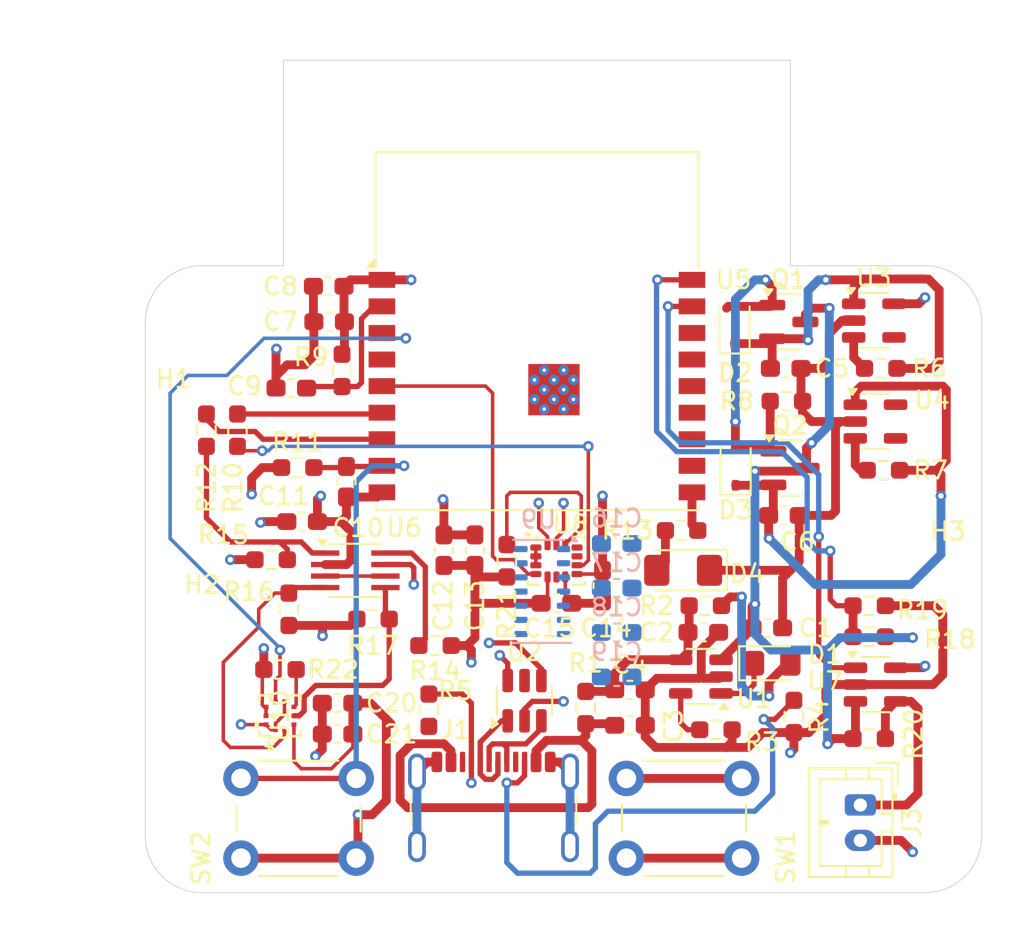
<source format=kicad_pcb>
(kicad_pcb (version 20241229) (generator "pcbnew") (generator_version "9.0")
  (layers (0 "F.Cu" signal) (4 "In1.Cu" signal) (6 "In2.Cu" signal) (2 "B.Cu" signal) (13 "F.Paste" user) (15 "B.Paste" user) (5 "F.SilkS" user "F.Silkscreen") (7 "B.SilkS" user "B.Silkscreen") (1 "F.Mask" user) (3 "B.Mask" user) (25 "Edge.Cuts" user))
  (net 0 "")
  (net 1 "+BATT")
  (net 2 "GND")
  (net 3 "+USB_VBUSF")
  (net 4 "+USB_VBUS")
  (net 5 "Net-(D2-K)")
  (net 6 "Net-(D3-K)")
  (net 7 "+3V3")
  (net 8 "+1V8")
  (net 9 "/BOOT_SEL_GPIO9")
  (net 10 "/ESP32_EN")
  (net 11 "Net-(D1-K)")
  (net 12 "Net-(D1-A)")
  (net 13 "Net-(D4-A)")
  (net 14 "Net-(J1-D--PadA7)")
  (net 15 "/USB_CC2")
  (net 16 "Net-(J1-D+-PadA6)")
  (net 17 "/USB_CC1")
  (net 18 "Net-(U4-EN)")
  (net 19 "/VBATT_SENSE")
  (net 20 "/I2C_SCL")
  (net 21 "/I2C_SDA")
  (net 22 "/USER_LED")
  (net 23 "/I2C_SCL_1V8")
  (net 24 "/I2C_SDA_1V8")
  (net 25 "/LSM_INT2")
  (net 26 "/LSM_INT1")
  (net 27 "/MAX_INT")
  (net 28 "/BMP_INT")
  (net 29 "/CURR_SENSE")
  (net 30 "/USB_D-")
  (net 31 "/USB_D+")
  (net 33 "Net-(J3-Pin_1)")
  (net 34 "Net-(U1-PROG)")
  (net 35 "Net-(U3-EN)")
  (net 36 "Net-(U5-IO7)")
  (net 37 "Net-(U5-IO8)")
  (net 38 "Net-(U8-CS)")
  (net 39 "Net-(U10-SDO)")
  (footprint "Package_TO_SOT_SMD:SOT-23-5" (layer "F.Cu") (at 150.6 80.6)
    (property "Reference" "U4")
    (property "Value" "TLV75518PDBV")
  )
  (footprint "Resistor_SMD:R_0603_1608Metric_Pad0.98x0.95mm_HandSolder" (layer "F.Cu") (at 150.9 77.6)
    (property "Reference" "R6")
    (property "Value" "0")
  )
  (footprint "Resistor_SMD:R_0603_1608Metric_Pad0.98x0.95mm_HandSolder" (layer "F.Cu") (at 150.25 92.75 180)
    (property "Reference" "R18")
    (property "Value" "200k")
  )
  (footprint "Diode_SMD:D_SOD-323" (layer "F.Cu") (at 142.65 75.15 90)
    (property "Reference" "D2")
    (property "Value" "1N5819WS")
  )
  (footprint "Capacitor_SMD:C_0603_1608Metric_Pad1.08x0.95mm_HandSolder" (layer "F.Cu") (at 119.75 72.9625 180)
    (property "Reference" "C8")
    (property "Value" "0u1F")
  )
  (footprint "Connector_USB:USB_C_Receptacle_GCT_USB4105-xx-A_16P_TopMnt_Horizontal" (layer "F.Cu") (at 129.05 103.5)
    (property "Reference" "J1")
    (property "Value" "USB_C_Receptacle_USB2.0_14P")
  )
  (footprint "Resistor_SMD:R_0603_1608Metric_Pad0.98x0.95mm_HandSolder" (layer "F.Cu") (at 141 91)
    (property "Reference" "R2")
    (property "Value" "5k1")
  )
  (footprint "Resistor_SMD:R_0603_1608Metric_Pad0.98x0.95mm_HandSolder" (layer "F.Cu") (at 145.575 79.45)
    (property "Reference" "R8")
    (property "Value" "10k")
  )
  (footprint "Resistor_SMD:R_0603_1608Metric_Pad0.98x0.95mm_HandSolder" (layer "F.Cu") (at 118 83.2)
    (property "Reference" "R11")
    (property "Value" "5k1")
  )
  (footprint "Capacitor_SMD:C_0603_1608Metric_Pad1.08x0.95mm_HandSolder" (layer "F.Cu") (at 144.5 92.25)
    (property "Reference" "C1")
    (property "Value" "10uF")
  )
  (footprint "Resistor_SMD:R_0603_1608Metric_Pad0.98x0.95mm_HandSolder" (layer "F.Cu") (at 122.25 91.75)
    (property "Reference" "R17")
    (property "Value" "5k1")
  )
  (footprint "Capacitor_SMD:C_0603_1608Metric_Pad1.08x0.95mm_HandSolder" (layer "F.Cu") (at 120.75 84 -90)
    (property "Reference" "C10")
    (property "Value" "100nF")
  )
  (footprint "MountingHole:MountingHole_2.2mm_M2" (layer "F.Cu") (at 112.6 74.975)
    (property "Reference" "H1")
    (property "Value" "MountingHole")
  )
  (footprint "Resistor_SMD:R_0603_1608Metric_Pad0.98x0.95mm_HandSolder" (layer "F.Cu") (at 116.5 88.4)
    (property "Reference" "R15")
    (property "Value" "5k1")
  )
  (footprint "Resistor_SMD:R_0603_1608Metric_Pad0.98x0.95mm_HandSolder" (layer "F.Cu") (at 139.6625 86.75)
    (property "Reference" "R13")
    (property "Value" "5k1")
  )
  (footprint "Button_Switch_THT:SW_PUSH_6mm" (layer "F.Cu") (at 143.05 105.25 180)
    (property "Reference" "SW1")
    (property "Value" "SW_Push")
  )
  (footprint "Capacitor_SMD:C_0603_1608Metric_Pad1.08x0.95mm_HandSolder" (layer "F.Cu") (at 120.25 96.5)
    (property "Reference" "C20")
    (property "Value" "100nF")
  )
  (footprint "Capacitor_SMD:C_0603_1608Metric_Pad1.08x0.95mm_HandSolder" (layer "F.Cu") (at 140.8875 92.5)
    (property "Reference" "C2")
    (property "Value" "10uF")
  )
  (footprint "Capacitor_SMD:C_0603_1608Metric_Pad1.08x0.95mm_HandSolder" (layer "F.Cu") (at 119.775 74.9625 180)
    (property "Reference" "C7")
    (property "Value" "10uF")
  )
  (footprint "Package_TO_SOT_SMD:SOT-23-5" (layer "F.Cu") (at 150.6125 95.45)
    (property "Reference" "U7")
    (property "Value" "INA180A1")
  )
  (footprint "Capacitor_SMD:C_0603_1608Metric_Pad1.08x0.95mm_HandSolder" (layer "F.Cu") (at 117.6375 78.7125 180)
    (property "Reference" "C9")
    (property "Value" "100nF")
  )
  (footprint "Capacitor_SMD:C_0603_1608Metric_Pad1.08x0.95mm_HandSolder" (layer "F.Cu") (at 136.75 97.75)
    (property "Reference" "C3")
    (property "Value" "470nF")
  )
  (footprint "Capacitor_SMD:C_0603_1608Metric_Pad1.08x0.95mm_HandSolder" (layer "F.Cu") (at 128 87.8625 90)
    (property "Reference" "C13")
    (property "Value" "1uF")
  )
  (footprint "RF_Module:ESP32-C3-WROOM-02" (layer "F.Cu") (at 131.5 78.6)
    (property "Reference" "U5")
    (property "Value" "ESP32-C3-WROOM-02")
  )
  (footprint "Capacitor_SMD:C_0603_1608Metric_Pad1.08x0.95mm_HandSolder" (layer "F.Cu") (at 136.75 95.75)
    (property "Reference" "C4")
    (property "Value" "470nF")
  )
  (footprint "Package_TO_SOT_SMD:SOT-23-5" (layer "F.Cu") (at 150.5125 74.9)
    (property "Reference" "U3")
    (property "Value" "TLV75533PDBV")
  )
  (footprint "Resistor_SMD:R_0603_1608Metric_Pad0.98x0.95mm_HandSolder" (layer "F.Cu") (at 125.75 93.25 180)
    (property "Reference" "R14")
    (property "Value" "5k1")
  )
  (footprint "Capacitor_SMD:C_0603_1608Metric_Pad1.08x0.95mm_HandSolder" (layer "F.Cu") (at 132.6 90.8625)
    (property "Reference" "C15")
    (property "Value" "0u1F")
  )
  (footprint "Resistor_SMD:R_0603_1608Metric_Pad0.98x0.95mm_HandSolder" (layer "F.Cu") (at 134.25 96.75 -90)
    (property "Reference" "R1")
    (property "Value" "0R")
  )
  (footprint "Resistor_SMD:R_0603_1608Metric_Pad0.98x0.95mm_HandSolder" (layer "F.Cu") (at 125.4 96.9 -90)
    (property "Reference" "R5")
    (property "Value" "5k1")
  )
  (footprint "Connector_JST:JST_PH_B2B-PH-K_1x02_P2.00mm_Vertical" (layer "F.Cu") (at 149.75 102.25 -90)
    (property "Reference" "J3")
    (property "Value" "Conn_01x02")
  )
  (footprint "Capacitor_SMD:C_0603_1608Metric_Pad1.08x0.95mm_HandSolder" (layer "F.Cu") (at 145.4375 85.9)
    (property "Reference" "C6")
    (property "Value" "10uF")
  )
  (footprint "Resistor_SMD:R_0603_1608Metric_Pad0.98x0.95mm_HandSolder" (layer "F.Cu") (at 150.25 91)
    (property "Reference" "R19")
    (property "Value" "100k")
  )
  (footprint "Package_TO_SOT_SMD:SOT-23" (layer "F.Cu") (at 145.7125 74.975)
    (property "Reference" "Q1")
    (property "Value" "FDN340P")
  )
  (footprint "MountingHole:MountingHole_2.2mm_M2" (layer "F.Cu") (at 112.6 93)
    (property "Reference" "H2")
    (property "Value" "MountingHole")
  )
  (footprint "Resistor_SMD:R_0603_1608Metric_Pad0.98x0.95mm_HandSolder" (layer "F.Cu") (at 120.5 77.7125 -90)
    (property "Reference" "R9")
    (property "Value" "5k1")
  )
  (footprint "Package_SO:SSOP-8_2.95x2.8mm_P0.65mm" (layer "F.Cu") (at 121.25 89)
    (property "Reference" "U6")
    (property "Value" "TXS0102DCT")
  )
  (footprint "Package_TO_SOT_SMD:SOT-23-6" (layer "F.Cu") (at 130.8 96.3625 90)
    (property "Reference" "U2")
    (property "Value" "USBLC6-2SC6")
  )
  (footprint "Resistor_SMD:R_0603_1608Metric_Pad0.98x0.95mm_HandSolder" (layer "F.Cu") (at 141.6 98)
    (property "Reference" "R3")
    (property "Value" "10k")
  )
  (footprint "Button_Switch_THT:SW_PUSH_6mm" (layer "F.Cu") (at 121.3 105.25 180)
    (property "Reference" "SW2")
    (property "Value" "SW_Push")
  )
  (footprint "Capacitor_SMD:C_0603_1608Metric_Pad1.08x0.95mm_HandSolder" (layer "F.Cu") (at 120.25 98.25)
    (property "Reference" "C21")
    (property "Value" "100nF")
  )
  (footprint "Resistor_SMD:R_0603_1608Metric_Pad0.98x0.95mm_HandSolder" (layer "F.Cu") (at 129.8 88.4625 -90)
    (property "Reference" "R21")
    (property "Value" "0R")
  )
  (footprint "LED_SMD:LED_1206_3216Metric_Pad1.42x1.75mm_HandSolder" (layer "F.Cu") (at 139.75 89 180)
    (property "Reference" "D4")
    (property "Value" "LED")
  )
  (footprint "Diode_SMD:D_SOD-323" (layer "F.Cu") (at 142.7125 83.15 90)
    (property "Reference" "D3")
    (property "Value" "1N5819WS")
  )
  (footprint "LED_SMD:LED_0805_2012Metric_Pad1.15x1.40mm_HandSolder" (layer "F.Cu") (at 144.775 94.25)
    (property "Reference" "D1")
    (property "Value" "LED")
  )
  (footprint "Resistor_SMD:R_0603_1608Metric_Pad0.98x0.95mm_HandSolder" (layer "F.Cu") (at 146 97.25 -90)
    (property "Reference" "R4")
    (property "Value" "5k1")
  )
  (footprint "Capacitor_SMD:C_0603_1608Metric_Pad1.08x0.95mm_HandSolder" (layer "F.Cu") (at 126.25 87.8625 90)
    (property "Reference" "C12")
    (property "Value" "0u1F")
  )
  (footprint "Resistor_SMD:R_0603_1608Metric_Pad0.98x0.95mm_HandSolder" (layer "F.Cu") (at 117 94.6)
    (property "Reference" "R22")
    (property "Value" "0R")
  )
  (footprint "Package_TO_SOT_SMD:SOT-23-5" (layer "F.Cu") (at 140.75 95 180)
    (property "Reference" "U1")
    (property "Value" "MCP73831-2-OT")
  )
  (footprint "Resistor_SMD:R_0603_1608Metric_Pad0.98x0.95mm_HandSolder" (layer "F.Cu") (at 150.25 98.5)
    (property "Reference" "R20")
    (property "Value" "100m")
  )
  (footprint "Capacitor_SMD:C_0603_1608Metric_Pad1.08x0.95mm_HandSolder" (layer "F.Cu") (at 135.2 89.8625 -90)
    (property "Reference" "C14")
    (property "Value" "10uF")
  )
  (footprint "MountingHole:MountingHole_2.2mm_M2" (layer "F.Cu") (at 151.1 86.8)
    (property "Reference" "H3")
    (property "Value" "MountingHole")
  )
  (footprint "Resistor_SMD:R_0603_1608Metric_Pad0.98x0.95mm_HandSolder" (layer "F.Cu") (at 114.6 81.0875 -90)
    (property "Reference" "R10")
    (property "Value" "0R")
  )
  (footprint "Resistor_SMD:R_0603_1608Metric_Pad0.98x0.95mm_HandSolder" (layer "F.Cu") (at 151.05 83.35)
    (property "Reference" "R7")
    (property "Value" "0")
  )
  (footprint "Package_TO_SOT_SMD:SOT-23" (layer "F.Cu") (at 145.775 83.225)
    (property "Reference" "Q2")
    (property "Value" "FDN340P")
  )
  (footprint "Capacitor_SMD:C_0603_1608Metric_Pad1.08x0.95mm_HandSolder" (layer "F.Cu") (at 145.5375 77.6)
    (property "Reference" "C5")
    (property "Value" "10uF")
  )
  (footprint "Resistor_SMD:R_0603_1608Metric_Pad0.98x0.95mm_HandSolder" (layer "F.Cu") (at 117.5 91.2 90)
    (property "Reference" "R16")
    (property "Value" "5k1")
  )
  (footprint "Package_LGA:LGA-14_3x2.5mm_P0.5mm_LayoutBorder3x4y" (layer "F.Cu") (at 132.6 88.4625)
    (property "Reference" "U8")
    (property "Value" "LSM6DS3")
  )
  (footprint "BMP390L:10LGA_2X2X0p75_BOS" (layer "F.Cu") (at 116.999999 97.2126 90)
    (property "Reference" "U10")
    (property "Value" "BMP390L")
  )
  (footprint "Resistor_SMD:R_0603_1608Metric_Pad0.98x0.95mm_HandSolder" (layer "F.Cu") (at 112.85 81.0875 -90)
    (property "Reference" "R12")
    (property "Value" "0R")
  )
  (footprint "Capacitor_SMD:C_0603_1608Metric_Pad1.08x0.95mm_HandSolder" (layer "F.Cu") (at 118.25 86.25)
    (property "Reference" "C11")
    (property "Value" "0u1F")
  )
  (footprint "Capacitor_SMD:C_0603_1608Metric_Pad1.08x0.95mm_HandSolder" (layer "B.Cu") (at 136 92.51 180)
    (property "Reference" "C18")
    (property "Value" "0u1F")
  )
  (footprint "Capacitor_SMD:C_0603_1608Metric_Pad1.08x0.95mm_HandSolder" (layer "B.Cu") (at 136 90 180)
    (property "Reference" "C17")
    (property "Value" "0u1F")
  )
  (footprint "OptoDevice:Maxim_OLGA-14_3.3x5.6mm_P0.8mm" (layer "B.Cu") (at 131.8 90.2 180)
    (property "Reference" "U9")
    (property "Value" "MAX30102")
  )
  (footprint "Capacitor_SMD:C_0603_1608Metric_Pad1.08x0.95mm_HandSolder" (layer "B.Cu") (at 136 87.49 180)
    (property "Reference" "C16")
    (property "Value" "0u1F")
  )
  (footprint "Capacitor_SMD:C_0603_1608Metric_Pad1.08x0.95mm_HandSolder" (layer "B.Cu") (at 136 95.02 180)
    (property "Reference" "C19")
    (property "Value" "1uF")
  )
  (gr_arc (start 153.399998 71.800002) (mid 155.66274 72.73726) (end 156.599998 75.000002) (stroke (width 0.05)) (layer "Edge.Cuts"))
  (gr_line (start 112.6 107.2) (end 153.4 107.2) (stroke (width 0.05)) (layer "Edge.Cuts"))
  (gr_arc (start 112.6 107.2) (mid 110.337258 106.262742) (end 109.4 104) (stroke (width 0.05)) (layer "Edge.Cuts"))
  (gr_line (start 145.8 60.2) (end 117.2 60.2) (stroke (width 0.05)) (layer "Edge.Cuts"))
  (gr_line (start 117.2 60.2) (end 117.2 71.8) (stroke (width 0.05)) (layer "Edge.Cuts"))
  (gr_line (start 153.4 71.800002) (end 145.8 71.800002) (stroke (width 0.05)) (layer "Edge.Cuts"))
  (gr_arc (start 156.6 104) (mid 155.662742 106.262742) (end 153.4 107.2) (stroke (width 0.05)) (layer "Edge.Cuts"))
  (gr_line (start 145.8 60.2) (end 145.8 71.800002) (stroke (width 0.05)) (layer "Edge.Cuts"))
  (gr_arc (start 109.4 75) (mid 110.337258 72.737258) (end 112.6 71.8) (stroke (width 0.05)) (layer "Edge.Cuts"))
  (gr_line (start 156.599998 75.000002) (end 156.6 104) (stroke (width 0.05)) (layer "Edge.Cuts"))
  (gr_line (start 109.4 74.8) (end 109.4 104) (stroke (width 0.05)) (layer "Edge.Cuts"))
  (gr_line (start 117.2 71.8) (end 112.6 71.8) (stroke (width 0.05)) (layer "Edge.Cuts"))
  (segment (start 149.475 96.4) (end 149.475 98.3625) (width 0.5) (layer "F.Cu") (net 1))
  (segment (start 149.475 98.3625) (end 149.3375 98.5) (width 0.5) (layer "F.Cu") (net 1))
  (segment (start 146.65 74.975) (end 146.65 74.55) (width 0.5) (layer "F.Cu") (net 1))
  (segment (start 143.6375 92.3) (end 141.8875 94.05) (width 0.5) (layer "F.Cu") (net 1))
  (segment (start 143.6375 91.0625) (end 143.8 90.9) (width 0.5) (layer "F.Cu") (net 1))
  (segment (start 146.7125 83.225) (end 146.7125 82.0875) (width 0.5) (layer "F.Cu") (net 1))
  (segment (start 143.6375 92.25) (end 143.6375 92.3) (width 0.5) (layer "F.Cu") (net 1))
  (segment (start 143.6375 92.25) (end 143.6375 91.0625) (width 0.5) (layer "F.Cu") (net 1))
  (segment (start 151.2125 92.8) (end 151.1625 92.75) (width 0.5) (layer "F.Cu") (net 1))
  (segment (start 152.7 92.8) (end 151.2125 92.8) (width 0.5) (layer "F.Cu") (net 1))
  (segment (start 149.3375 98.5) (end 148.2 98.5) (width 0.5) (layer "F.Cu") (net 1))
  (segment (start 148.2 98.5) (end 147.9 98.8) (width 0.5) (layer "F.Cu") (net 1))
  (segment (start 147 74.2) (end 148 74.2) (width 0.5) (layer "F.Cu") (net 1))
  (segment (start 146.65 74.55) (end 147 74.2) (width 0.5) (layer "F.Cu") (net 1))
  (segment (start 146.5375 83.4) (end 146.7125 83.225) (width 0.5) (layer "F.Cu") (net 1))
  (segment (start 143.8 83.4) (end 146.5375 83.4) (width 0.5) (layer "F.Cu") (net 1))
  (segment (start 146.7125 82.0875) (end 147 81.8) (width 0.5) (layer "F.Cu") (net 1))
  (via (at 143.8 83.4) (size 0.6) (drill 0.3) (layers "F.Cu" "B.Cu") (net 1))
  (via (at 147.9 98.8) (size 0.6) (drill 0.3) (layers "F.Cu" "B.Cu") (net 1))
  (via (at 148 74.2) (size 0.6) (drill 0.3) (layers "F.Cu" "B.Cu") (net 1))
  (via (at 152.7 92.8) (size 0.6) (drill 0.3) (layers "F.Cu" "B.Cu") (net 1))
  (via (at 143.8 90.9) (size 0.6) (drill 0.3) (layers "F.Cu" "B.Cu") (net 1))
  (via (at 147 81.8) (size 0.6) (drill 0.3) (layers "F.Cu" "B.Cu") (net 1))
  (segment (start 143.8 90.9) (end 143.8 83.4) (width 0.5) (layer "B.Cu") (net 1))
  (segment (start 143.8 90.9) (end 143.8 92.6) (width 0.5) (layer "B.Cu") (net 1))
  (segment (start 148 80.8) (end 148 74.2) (width 0.5) (layer "B.Cu") (net 1))
  (segment (start 147 81.8) (end 148 80.8) (width 0.5) (layer "B.Cu") (net 1))
  (segment (start 147.9 93.5) (end 148.6 92.8) (width 0.5) (layer "B.Cu") (net 1))
  (segment (start 144.7 93.5) (end 147.9 93.5) (width 0.5) (layer "B.Cu") (net 1))
  (segment (start 148.6 92.8) (end 152.7 92.8) (width 0.5) (layer "B.Cu") (net 1))
  (segment (start 147.9 98.8) (end 147.9 93.5) (width 0.5) (layer "B.Cu") (net 1))
  (segment (start 143.8 92.6) (end 144.7 93.5) (width 0.5) (layer "B.Cu") (net 1))
  (segment (start 144.2375 98.1625) (end 146 98.1625) (width 0.5) (layer "F.Cu") (net 2))
  (segment (start 116 94.6875) (end 116.0875 94.6) (width 0.2) (layer "F.Cu") (net 2))
  (segment (start 140.648 95.1) (end 140.774 94.974) (width 0.5) (layer "F.Cu") (net 2))
  (segment (start 121.1125 98.25) (end 121.1125 96.5) (width 0.5) (layer "F.Cu") (net 2))
  (segment (start 146.4 77.6) (end 146.4 79.3625) (width 0.5) (layer "F.Cu") (net 2))
  (segment (start 138.2 99) (end 142.2 99) (width 0.5) (layer "F.Cu") (net 2))
  (segment (start 119.55 88.675) (end 120.752 88.675) (width 0.5) (layer "F.Cu") (net 2))
  (segment (start 148.712501 74.9) (end 148 75.612501) (width 0.5) (layer "F.Cu") (net 2))
  (segment (start 114.75 105.25) (end 114.7 105.2) (width 0.5) (layer "F.Cu") (net 2))
  (segment (start 118.9125 76.8875) (end 118.4 77.4) (width 0.5) (layer "F.Cu") (net 2))
  (segment (start 120.45 86.25) (end 119.1125 86.25) (width 0.5) (layer "F.Cu") (net 2))
  (segment (start 121 86.8) (end 120.45 86.25) (width 0.5) (layer "F.Cu") (net 2))
  (segment (start 122.4875 84.8625) (end 122.75 84.6) (width 0.5) (layer "F.Cu") (net 2))
  (segment (start 133.1 90.5) (end 133.4625 90.8625) (width 0.2) (layer "F.Cu") (net 2))
  (segment (start 141.2375 89) (end 145.8 89) (width 0.5) (layer "F.Cu") (net 2))
  (segment (start 147.8 95.8) (end 148.15 95.45) (width 0.5) (layer "F.Cu") (net 2))
  (segment (start 118.8875 74.9375) (end 118.9125 74.9625) (width 0.5) (layer "F.Cu") (net 2))
  (segment (start 146.3 85.9) (end 148.1 85.9) (width 0.5) (layer "F.Cu") (net 2))
  (segment (start 143.05 105.25) (end 136.55 105.25) (width 0.5) (layer "F.Cu") (net 2))
  (segment (start 121 88.427) (end 121 86.8) (width 0.5) (layer "F.Cu") (net 2))
  (segment (start 154.4 94.9) (end 154.4 91.5) (width 0.5) (layer "F.Cu") (net 2))
  (segment (start 149.375 74.9) (end 148.712501 74.9) (width 0.5) (layer "F.Cu") (net 2))
  (segment (start 148.1 85.9) (end 148.349 85.651) (width 0.5) (layer "F.Cu") (net 2))
  (segment (start 116.775 78.025) (end 116.775 78.7125) (width 0.5) (layer "F.Cu") (net 2))
  (segment (start 133.1 89.375) (end 133.1 90.5) (width 0.2) (layer "F.Cu") (net 2))
  (segment (start 116.0875 94.6) (end 116.0875 93.4125) (width 0.5) (layer "F.Cu") (net 2))
  (segment (start 131.4375 88.2125) (end 131.4375 87.7125) (width 0.2) (layer "F.Cu") (net 2))
  (segment (start 149.75 104.25) (end 152.05 104.25) (width 0.5) (layer "F.Cu") (net 2))
  (segment (start 145.8 89) (end 146.3 88.5) (width 0.5) (layer "F.Cu") (net 2))
  (segment (start 120.752 88.675) (end 121 88.427) (width 0.5) (layer "F.Cu") (net 2))
  (segment (start 121.4 105.15) (end 121.3 105.25) (width 0.5) (layer "F.Cu") (net 2))
  (segment (start 120.75 84.8625) (end 120.75 85.95) (width 0.5) (layer "F.Cu") (net 2))
  (segment (start 122.2 102.8) (end 121.4 102.8) (width 0.5) (layer "F.Cu") (net 2))
  (segment (start 140.774 93.476) (end 140.774 94.974) (width 0.5) (layer "F.Cu") (net 2))
  (segment (start 131.4375 88.7125) (end 131.4375 88.2125) (width 0.2) (layer "F.Cu") (net 2))
  (segment (start 146.8375 98.1625) (end 147.8 97.2) (width 0.5) (layer "F.Cu") (net 2))
  (segment (start 137.6125 98.4125) (end 138.2 99) (width 0.5) (layer "F.Cu") (net 2))
  (segment (start 116.212599 96.712601) (end 116.112601 96.712601) (width 0.2) (layer "F.Cu") (net 2))
  (segment (start 140.774 94.974) (end 140.9 95.1) (width 0.5) (layer "F.Cu") (net 2))
  (segment (start 119.9 100.2) (end 121.1125 98.9875) (width 0.2) (layer "F.Cu") (net 2))
  (segment (start 118.2 100.2) (end 119.9 100.2) (width 0.2) (layer "F.Cu") (net 2))
  (segment (start 142.5125 98.6875) (end 142.5125 98) (width 0.5) (layer "F.Cu") (net 2))
  (segment (start 123 102) (end 122.2 102.8) (width 0.5) (layer "F.Cu") (net 2))
  (segment (start 117.4 77.4) (end 116.775 78.025) (width 0.5) (layer "F.Cu") (net 2))
  (segment (start 122.1 96.5) (end 122.3 96.7) (width 0.5) (layer "F.Cu") (net 2))
  (segment (start 147.8 97.2) (end 147.8 95.8) (width 0.5) (layer "F.Cu") (net 2))
  (segment (start 146.3 88.5) (end 146.3 85.9) (width 0.5) (layer "F.Cu") (net 2))
  (segment (start 132.6 89.375) (end 133.1 89.375) (width 0.2) (layer "F.Cu") (net 2))
  (segment (start 125.85 99.82) (end 125.305 99.82) (width 0.5) (layer "F.Cu") (net 2))
  (segment (start 118.4 77.4) (end 117.4 77.4) (width 0.5) (layer "F.Cu") (net 2))
  (segment (start 135.0625 90.8625) (end 135.2 90.725) (width 0.5) (layer "F.Cu") (net 2))
  (segment (start 149.475 95.45) (end 153.85 95.45) (width 0.5) (layer "F.Cu") (net 2))
  (segment (start 154.4 91.5) (end 153.9 91) (width 0.5) (layer "F.Cu") (net 2))
  (segment (start 148 75.612501) (end 148 77.2) (width 0.5) (layer "F.Cu") (net 2))
  (segment (start 137.6125 97.75) (end 137.6125 98.4125) (width 0.5) (layer "F.Cu") (net 2))
  (segment (start 137.6125 95.75) (end 137.6125 97.75) (width 0.5) (layer "F.Cu") (net 2))
  (segment (start 121.4 102.8) (end 121.4 105.15) (width 0.5) (layer "F.Cu") (net 2))
  (segment (start 140.9 95.1) (end 141.7875 95.1) (width 0.5) (layer "F.Cu") (net 2))
  (segment (start 146 98.1625) (end 146 99.1) (width 0.5) (layer "F.Cu") (net 2))
  (segment (start 117.787399 99.787399) (end 118.2 100.2) (width 0.2) (layer "F.Cu") (net 2))
  (segment (start 114.8 105.25) (end 114.75 105.25) (width 0.5) (layer "F.Cu") (net 2))
  (segment (start 114.75 105.25) (end 121.3 105.25) (width 0.5) (layer "F.Cu") (net 2))
  (segment (start 122.3 96.7) (end 123 97.4) (width 0.5) (layer "F.Cu") (net 2))
  (segment (start 116.775 76.525) (end 116.8 76.5) (width 0.5) (layer "F.Cu") (net 2))
  (segment (start 118.8875 72.9625) (end 118.8875 74.9375) (width 0.5) (layer "F.Cu") (net 2))
  (segment (start 126.25 87) (end 128 87) (width 0.5) (layer "F.Cu") (net 2))
  (segment (start 152.05 104.25) (end 152.7 104.9) (width 0.5) (layer "F.Cu") (net 2))
  (segment (start 146.4875 80.0875) (end 147 80.6) (width 0.5) (layer "F.Cu") (net 2))
  (segment (start 137.6125 95.75) (end 138.2625 95.1) (width 0.5) (layer "F.Cu") (net 2))
  (segment (start 153.9 91) (end 151.1625 91) (width 0.5) (layer "F.Cu") (net 2))
  (segment (start 148.349 80.851) (end 148.6 80.6) (width 0.5) (layer "F.Cu") (net 2))
  (segment (start 116.112601 96.712601) (end 116 96.6) (width 0.2) (layer "F.Cu") (net 2))
  (segment (start 142.2 99) (end 143.4 99) (width 0.5) (layer "F.Cu") (net 2))
  (segment (start 123.2625 97.6625) (end 123 97.4) (width 0.5) (layer "F.Cu") (net 2))
  (segment (start 130.8 97.5) (end 130.8 96.837501) (width 0.3) (layer "F.Cu") (net 2))
  (segment (start 119.1125 84.9875) (end 119.3 84.8) (width 0.5) (layer "F.Cu") (net 2))
  (segment (start 132.795 99.82) (end 133.37 100.395) (width 0.5) (layer "F.Cu") (net 2))
  (segment (start 142.2 99) (end 142.5125 98.6875) (width 0.5) (layer "F.Cu") (net 2))
  (segment (start 145.3625 89.4375) (end 145.8 89) (width 0.5) (layer "F.Cu") (net 2))
  (segment (start 121.1125 96.5) (end 122.1 96.5) (width 0.5) (layer "F.Cu") (net 2))
  (segment (start 147 80.6) (end 148.6 80.6) (width 0.5) (layer "F.Cu") (net 2))
  (segment (start 126.25 87) (end 126.25 85.05) (width 0.5) (layer "F.Cu") (net 2))
  (segment (start 125.305 99.82) (end 124.73 100.395) (width 0.5) (layer "F.Cu") (net 2))
  (segment (start 130.8 96.837501) (end 131.237501 96.4) (width 0.3) (layer "F.Cu") (net 2))
  (segment (start 120.75 84.8625) (end 122.4875 84.8625) (width 0.5) (layer "F.Cu") (net 2))
  (segment (start 141.7875 95.1) (end 141.8875 95) (width 0.5) (layer "F.Cu") (net 2))
  (segment (start 131.5 96.4) (end 133 96.4) (width 0.3) (layer "F.Cu") (net 2))
  (segment (start 126.25 85.05) (end 126.2 85) (width 0.5) (layer "F.Cu") (net 2))
  (segment (start 131.237501 96.4) (end 131.5 96.4) (width 0.3) (layer "F.Cu") (net 2))
  (segment (start 132.25 99.82) (end 132.795 99.82) (width 0.5) (layer "F.Cu") (net 2))
  (segment (start 145.3625 92.25) (end 145.3625 89.4375) (width 0.5) (layer "F.Cu") (net 2))
  (segment (start 147.6 77.6) (end 146.4 77.6) (width 0.5) (layer "F.Cu") (net 2))
  (segment (start 116.212599 97.2126) (end 116.212599 96.712601) (width 0.2) (layer "F.Cu") (net 2))
  (segment (start 119.1125 86.25) (end 119.1125 84.9875) (width 0.5) (layer "F.Cu") (net 2))
  (segment (start 141.75 92.5) (end 140.774 93.476) (width 0.5) (layer "F.Cu") (net 2))
  (segment (start 153.85 95.45) (end 154.4 94.9) (width 0.5) (layer "F.Cu") (net 2))
  (segment (start 146 99.1) (end 145.8 99.3) (width 0.5) (layer "F.Cu") (net 2))
  (segment (start 148.349 85.651) (end 148.349 80.851) (width 0.5) (layer "F.Cu") (net 2))
  (segment (start 146.4 79.3625) (end 146.4875 79.45) (width 0.5) (layer "F.Cu") (net 2))
  (segment (start 123 97.4) (end 123 102) (width 0.5) (layer "F.Cu") (net 2))
  (segment (start 146 98.1625) (end 146.8375 98.1625) (width 0.5) (layer "F.Cu") (net 2))
  (segment (start 120.75 85.95) (end 120.45 86.25) (width 0.5) (layer "F.Cu") (net 2))
  (segment (start 116.1 93.4) (end 116.0875 93.4125) (width 0.2) (layer "F.Cu") (net 2))
  (segment (start 148 77.2) (end 147.6 77.6) (width 0.5) (layer "F.Cu") (net 2))
  (segment (start 143.4 99) (end 144.2375 98.1625) (width 0.5) (layer "F.Cu") (net 2))
  (segment (start 116.775 78.7125) (end 116.775 76.525) (width 0.5) (layer "F.Cu") (net 2))
  (segment (start 116 96.6) (end 116 94.6875) (width 0.2) (layer "F.Cu") (net 2))
  (segment (start 118.9125 74.9625) (end 118.9125 76.8875) (width 0.5) (layer "F.Cu") (net 2))
  (segment (start 133.4625 90.8625) (end 135.0625 90.8625) (width 0.5) (layer "F.Cu") (net 2))
  (segment (start 138.2625 95.1) (end 140.648 95.1) (width 0.5) (layer "F.Cu") (net 2))
  (segment (start 148.15 95.45) (end 149.475 95.45) (width 0.5) (layer "F.Cu") (net 2))
  (segment (start 121.1125 98.9875) (end 121.1125 98.25) (width 0.2) (layer "F.Cu") (net 2))
  (segment (start 148.6 80.6) (end 149.4625 80.6) (width 0.5) (layer "F.Cu") (net 2))
  (segment (start 146.4875 79.45) (end 146.4875 80.0875) (width 0.5) (layer "F.Cu") (net 2))
  (segment (start 117.787399 97.712599) (end 117.787399 99.787399) (width 0.2) (layer "F.Cu") (net 2))
  (via (at 133 96.4) (size 0.6) (drill 0.3) (layers "F.Cu" "B.Cu") (net 2))
  (via (at 119.3 84.8) (size 0.6) (drill 0.3) (layers "F.Cu" "B.Cu") (net 2))
  (via (at 116.0875 93.4125) (size 0.6) (drill 0.3) (layers "F.Cu" "B.Cu") (net 2))
  (via (at 152.7 104.9) (size 0.6) (drill 0.3) (layers "F.Cu" "B.Cu") (net 2))
  (via (at 126.2 85) (size 0.6) (drill 0.3) (layers "F.Cu" "B.Cu") (net 2))
  (via (at 116.8 76.5) (size 0.6) (drill 0.3) (layers "F.Cu" "B.Cu") (net 2))
  (via (at 145.8 99.3) (size 0.6) (drill 0.3) (layers "F.Cu" "B.Cu") (net 2))
  (via (at 121.4 102.8) (size 0.6) (drill 0.3) (layers "F.Cu" "B.Cu") (net 2))
  (segment (start 124.73 100.395) (end 124.73 104.575) (width 0.5) (layer "B.Cu") (net 2))
  (segment (start 133.37 100.395) (end 133.37 104.575) (width 0.5) (layer "B.Cu") (net 2))
  (segment (start 140.025 93.6375) (end 139.6125 94.05) (width 0.5) (layer "F.Cu") (net 3))
  (segment (start 135.8 95.8375) (end 135.8875 95.75) (width 0.5) (layer "F.Cu") (net 3))
  (segment (start 142.3 74.1) (end 142.2 74.2) (width 0.5) (layer "F.Cu") (net 3))
  (segment (start 144.7 74.1) (end 144.775 74.025) (width 0.5) (layer "F.Cu") (net 3))
  (segment (start 136.65 94.05) (end 139.6125 94.05) (width 0.5) (layer "F.Cu") (net 3))
  (segment (start 144.775 74.025) (end 144.775 72.975) (width 0.5) (layer "F.Cu") (net 3))
  (segment (start 142.65 74.1) (end 144.7 74.1) (width 0.5) (layer "F.Cu") (net 3))
  (segment (start 142.7 80.6) (end 142.7 82.0875) (width 0.5) (layer "F.Cu") (net 3))
  (segment (start 144.6625 82.1) (end 144.8375 82.275) (width 0.5) (layer "F.Cu") (net 3))
  (segment (start 140.025 92.5) (end 140.025 93.6375) (width 0.5) (layer "F.Cu") (net 3))
  (segment (start 142.7125 82.1) (end 144.6625 82.1) (width 0.5) (layer "F.Cu") (net 3))
  (segment (start 142.7 82.0875) (end 142.7125 82.1) (width 0.5) (layer "F.Cu") (net 3))
  (segment (start 135.8875 94.8125) (end 136.65 94.05) (width 0.5) (layer "F.Cu") (net 3))
  (segment (start 135.8875 95.75) (end 135.8875 94.8125) (width 0.5) (layer "F.Cu") (net 3))
  (segment (start 134.25 95.8375) (end 135.8 95.8375) (width 0.5) (layer "F.Cu") (net 3))
  (segment (start 140.0875 92.4375) (end 140.025 92.5) (width 0.5) (layer "F.Cu") (net 3))
  (segment (start 140.0875 91) (end 140.0875 92.4375) (width 0.5) (layer "F.Cu") (net 3))
  (segment (start 142.65 74.1) (end 142.3 74.1) (width 0.5) (layer "F.Cu") (net 3))
  (segment (start 144.6625 79.45) (end 144.6625 82.1) (width 0.5) (layer "F.Cu") (net 3))
  (segment (start 144.775 72.975) (end 144.4 72.6) (width 0.5) (layer "F.Cu") (net 3))
  (via (at 144.4 72.6) (size 0.6) (drill 0.3) (layers "F.Cu" "B.Cu") (net 3))
  (via (at 142.7 80.6) (size 0.6) (drill 0.3) (layers "F.Cu" "B.Cu") (net 3))
  (segment (start 143.5 72.9) (end 142.7 73.7) (width 0.5) (layer "B.Cu") (net 3))
  (segment (start 143.8 72.6) (end 143.5 72.9) (width 0.5) (layer "B.Cu") (net 3))
  (segment (start 144.4 72.6) (end 143.8 72.6) (width 0.5) (layer "B.Cu") (net 3))
  (segment (start 142.7 73.7) (end 142.7 80.6) (width 0.5) (layer "B.Cu") (net 3))
  (segment (start 132.0409 98.6) (end 134 98.6) (width 0.5) (layer "F.Cu") (net 4))
  (segment (start 126.65 99.1909) (end 126.2531 98.794) (width 0.5) (layer "F.Cu") (net 4))
  (segment (start 124.2 102.4) (end 134.4 102.4) (width 0.5) (layer "F.Cu") (net 4))
  (segment (start 134 98.6) (end 134.25 98.35) (width 0.5) (layer "F.Cu") (net 4))
  (segment (start 123.779 99.451083) (end 123.779 101.979) (width 0.5) (layer "F.Cu") (net 4))
  (segment (start 124.436083 98.794) (end 123.779 99.451083) (width 0.5) (layer "F.Cu") (net 4))
  (segment (start 126.65 99.82) (end 126.65 99.1909) (width 0.5) (layer "F.Cu") (net 4))
  (segment (start 134.6 102.2) (end 134.6 99.2) (width 0.5) (layer "F.Cu") (net 4))
  (segment (start 131.45 99.1909) (end 132.0409 98.6) (width 0.5) (layer "F.Cu") (net 4))
  (segment (start 135.8 97.6625) (end 135.8875 97.75) (width 0.5) (layer "F.Cu") (net 4))
  (segment (start 126.2531 98.794) (end 124.436083 98.794) (width 0.5) (layer "F.Cu") (net 4))
  (segment (start 131.45 99.82) (end 131.45 99.1909) (width 0.5) (layer "F.Cu") (net 4))
  (segment (start 134.25 98.35) (end 134.25 97.6625) (width 0.5) (layer "F.Cu") (net 4))
  (segment (start 123.779 101.979) (end 124.2 102.4) (width 0.5) (layer "F.Cu") (net 4))
  (segment (start 134.4 102.4) (end 134.6 102.2) (width 0.5) (layer "F.Cu") (net 4))
  (segment (start 134.25 97.6625) (end 135.8 97.6625) (width 0.5) (layer "F.Cu") (net 4))
  (segment (start 134.6 99.2) (end 134 98.6) (width 0.5) (layer "F.Cu") (net 4))
  (segment (start 144.5 76.2) (end 144.775 75.925) (width 0.5) (layer "F.Cu") (net 5))
  (segment (start 149.848998 72.551002) (end 153.196884 72.551002) (width 0.5) (layer "F.Cu") (net 5))
  (segment (start 146.725 75.925) (end 146.8 76) (width 0.5) (layer "F.Cu") (net 5))
  (segment (start 149.799998 72.600002) (end 149.848998 72.551002) (width 0.5) (layer "F.Cu") (net 5))
  (segment (start 154.2 77.2) (end 153.8 77.6) (width 0.5) (layer "F.Cu") (net 5))
  (segment (start 153.196884 72.551002) (end 153.595828 72.561318) (width 0.5) (layer "F.Cu") (net 5))
  (segment (start 153.595828 72.561318) (end 154.2 73.16549) (width 0.5) (layer "F.Cu") (net 5))
  (segment (start 142.65 76.2) (end 144.5 76.2) (width 0.5) (layer "F.Cu") (net 5))
  (segment (start 147.8 72.600002) (end 149.799998 72.600002) (width 0.5) (layer "F.Cu") (net 5))
  (segment (start 153.8 77.6) (end 151.8125 77.6) (width 0.5) (layer "F.Cu") (net 5))
  (segment (start 144.775 77.5) (end 144.675 77.6) (width 0.5) (layer "F.Cu") (net 5))
  (segment (start 154.2 73.16549) (end 154.2 77.2) (width 0.5) (layer "F.Cu") (net 5))
  (segment (start 149.375 73.025) (end 149.848998 72.551002) (width 0.5) (layer "F.Cu") (net 5))
  (segment (start 149.375 73.95) (end 149.375 73.025) (width 0.5) (layer "F.Cu") (net 5))
  (segment (start 144.775 75.925) (end 144.775 77.5) (width 0.5) (layer "F.Cu") (net 5))
  (segment (start 144.775 75.925) (end 146.725 75.925) (width 0.5) (layer "F.Cu") (net 5))
  (via (at 147.8 72.600002) (size 0.6) (drill 0.3) (layers "F.Cu" "B.Cu") (net 5))
  (via (at 146.8 76) (size 0.6) (drill 0.3) (layers "F.Cu" "B.Cu") (net 5))
  (segment (start 146.8 76) (end 146.8 73.2) (width 0.5) (layer "B.Cu") (net 5))
  (segment (start 147.8 72.6) (end 147.8 72.600002) (width 0.5) (layer "B.Cu") (net 5))
  (segment (start 146.8 73.2) (end 147.4 72.6) (width 0.5) (layer "B.Cu") (net 5))
  (segment (start 147.4 72.6) (end 147.8 72.6) (width 0.5) (layer "B.Cu") (net 5))
  (segment (start 149.4625 79.65) (end 149.4625 78.9375) (width 0.5) (layer "F.Cu") (net 6))
  (segment (start 142.7125 84.2) (end 144.8125 84.2) (width 0.5) (layer "F.Cu") (net 6))
  (segment (start 144.575 87.175) (end 144.6 87.2) (width 0.5) (layer "F.Cu") (net 6))
  (segment (start 154.3 84.8) (end 154.3 83.6) (width 0.5) (layer "F.Cu") (net 6))
  (segment (start 144.575 85.9) (end 144.575 87.175) (width 0.5) (layer "F.Cu") (net 6))
  (segment (start 144.8375 84.175) (end 144.8375 85.6375) (width 0.5) (layer "F.Cu") (net 6))
  (segment (start 144.8375 85.6375) (end 144.575 85.9) (width 0.5) (layer "F.Cu") (net 6))
  (segment (start 149.8 78.6) (end 154.4 78.6) (width 0.5) (layer "F.Cu") (net 6))
  (segment (start 154.3 83.6) (end 154.05 83.35) (width 0.5) (layer "F.Cu") (net 6))
  (segment (start 154.6 82.8) (end 154.05 83.35) (width 0.5) (layer "F.Cu") (net 6))
  (segment (start 144.8125 84.2) (end 144.8375 84.175) (width 0.5) (layer "F.Cu") (net 6))
  (segment (start 154.6 78.8) (end 154.6 82.8) (width 0.5) (layer "F.Cu") (net 6))
  (segment (start 154.05 83.35) (end 151.9625 83.35) (width 0.5) (layer "F.Cu") (net 6))
  (segment (start 149.4625 78.9375) (end 149.8 78.6) (width 0.5) (layer "F.Cu") (net 6))
  (segment (start 154.4 78.6) (end 154.6 78.8) (width 0.5) (layer "F.Cu") (net 6))
  (via (at 144.6 87.2) (size 0.6) (drill 0.3) (layers "F.Cu" "B.Cu") (net 6))
  (via (at 154.3 84.8) (size 0.6) (drill 0.3) (layers "F.Cu" "B.Cu") (net 6))
  (segment (start 152.6 89.8) (end 154.3 88.1) (width 0.5) (layer "B.Cu") (net 6))
  (segment (start 154.3 88.1) (end 154.3 84.8) (width 0.5) (layer "B.Cu") (net 6))
  (segment (start 147.2 89.8) (end 152.6 89.8) (width 0.5) (layer "B.Cu") (net 6))
  (segment (start 144.6 87.2) (end 147.2 89.8) (width 0.5) (layer "B.Cu") (net 6))
  (segment (start 133.7625 89.2125) (end 134.9875 89.2125) (width 0.2) (layer "F.Cu") (net 7))
  (segment (start 120.6375 74.9625) (end 120.6375 76.6625) (width 0.5) (layer "F.Cu") (net 7))
  (segment (start 127.55 93.25) (end 127.8 93.5) (width 0.5) (layer "F.Cu") (net 7))
  (segment (start 132.1 90.5) (end 131.7375 90.8625) (width 0.2) (layer "F.Cu") (net 7))
  (segment (start 116 83.2) (end 117.0875 83.2) (width 0.5) (layer "F.Cu") (net 7))
  (segment (start 132.1 89.375) (end 132.1 90.5) (width 0.2) (layer "F.Cu") (net 7))
  (segment (start 128 92.8) (end 127.55 93.25) (width 0.5) (layer "F.Cu") (net 7))
  (segment (start 128.0625 90.8625) (end 128 90.8) (width 0.5) (layer "F.Cu") (net 7))
  (segment (start 151.65 73.95) (end 153.05 73.95) (width 0.5) (layer "F.Cu") (net 7))
  (segment (start 120.975 72.6) (end 120.6125 72.9625) (width 0.5) (layer "F.Cu") (net 7))
  (segment (start 122.95 88.675) (end 124.36648 88.675) (width 0.3) (layer "F.Cu") (net 7))
  (segment (start 134.9875 89.2125) (end 135.2 89) (width 0.2) (layer "F.Cu") (net 7))
  (segment (start 135.2 89) (end 135.2 84.8) (width 0.5) (layer "F.Cu") (net 7))
  (segment (start 131.7375 90.8625) (end 128.0625 90.8625) (width 0.5) (layer "F.Cu") (net 7))
  (segment (start 120.6125 74.9375) (end 120.6375 74.9625) (width 0.5) (layer "F.Cu") (net 7))
  (segment (start 126.25 88.725) (end 128 88.725) (width 0.5) (layer "F.Cu") (net 7))
  (segment (start 127.8 93.5) (end 127.8 94.2) (width 0.5) (layer "F.Cu") (net 7))
  (segment (start 122.75 72.6) (end 120.975 72.6) (width 0.5) (layer "F.Cu") (net 7))
  (segment (start 128.025 89.375) (end 128 89.4) (width 0.5) (layer "F.Cu") (net 7))
  (segment (start 124.54574 88.85426) (end 124.55 88.85852) (width 0.3) (layer "F.Cu") (net 7))
  (segment (start 124.36648 88.675) (end 124.54574 88.85426) (width 0.3) (layer "F.Cu") (net 7))
  (segment (start 115.4 84.7) (end 115.4 83.8) (width 0.5) (layer "F.Cu") (net 7))
  (segment (start 151.75 94.5) (end 153.3 94.5) (width 0.5) (layer "F.Cu") (net 7))
  (segment (start 120.6375 76.6625) (end 120.5 76.8) (width 0.5) (layer "F.Cu") (net 7))
  (segment (start 122.75 72.6) (end 124.4 72.6) (width 0.5) (layer "F.Cu") (net 7))
  (segment (start 128 89.4) (end 128 90.8) (width 0.5) (layer "F.Cu") (net 7))
  (segment (start 129.8 89.375) (end 128.025 89.375) (width 0.5) (layer "F.Cu") (net 7))
  (segment (start 127.55 93.25) (end 126.6625 93.25) (width 0.5) (layer "F.Cu") (net 7))
  (segment (start 115.4 83.8) (end 116 83.2) (width 0.5) (layer "F.Cu") (net 7))
  (segment (start 153.3 94.5) (end 153.4 94.4) (width 0.5) (layer "F.Cu") (net 7))
  (segment (start 115.5875 88.4) (end 114.2 88.4) (width 0.5) (layer "F.Cu") (net 7))
  (segment (start 124.55 88.85852) (end 124.55 89.8) (width 0.3) (layer "F.Cu") (net 7))
  (segment (start 128 90.8) (end 128 92.8) (width 0.5) (layer "F.Cu") (net 7))
  (segment (start 120.6125 72.9625) (end 120.6125 74.9375) (width 0.5) (layer "F.Cu") (net 7))
  (segment (start 128 88.725) (end 128 89.4) (width 0.5) (layer "F.Cu") (net 7))
  (segment (start 153.05 73.95) (end 153.4 73.6) (width 0.5) (layer "F.Cu") (net 7))
  (via (at 124.55 89.8) (size 0.6) (drill 0.3) (layers "F.Cu" "B.Cu") (net 7))
  (via (at 153.4 94.4) (size 0.6) (drill 0.3) (layers "F.Cu" "B.Cu") (net 7))
  (via (at 153.4 73.6) (size 0.6) (drill 0.3) (layers "F.Cu" "B.Cu") (net 7))
  (via (at 114.2 88.4) (size 0.6) (drill 0.3) (layers "F.Cu" "B.Cu") (net 7))
  (via (at 115.4 84.7) (size 0.6) (drill 0.3) (layers "F.Cu" "B.Cu") (net 7))
  (via (at 124.4 72.6) (size 0.6) (drill 0.3) (layers "F.Cu" "B.Cu") (net 7))
  (via (at 135.2 84.8) (size 0.6) (drill 0.3) (layers "F.Cu" "B.Cu") (net 7))
  (via (at 127.8 94.2) (size 0.6) (drill 0.3) (layers "F.Cu" "B.Cu") (net 7))
  (segment (start 119.3875 98.25) (end 119.3875 99.1125) (width 0.5) (layer "F.Cu") (net 8))
  (segment (start 117.3875 86.25) (end 115.95 86.25) (width 0.5) (layer "F.Cu") (net 8))
  (segment (start 116.749999 98) (end 116.5 98) (width 0.2) (layer "F.Cu") (net 8))
  (segment (start 116.5 98) (end 116.212599 97.712599) (width 0.2) (layer "F.Cu") (net 8))
  (segment (start 120.975 92.1125) (end 121.3375 91.75) (width 0.5) (layer "F.Cu") (net 8))
  (segment (start 115.95 86.25) (end 115.9 86.3) (width 0.5) (layer "F.Cu") (net 8))
  (segment (start 116.212599 97.712599) (end 114.812599 97.712599) (width 0.2) (layer "F.Cu") (net 8))
  (segment (start 119.4 92.1125) (end 120.975 92.1125) (width 0.5) (layer "F.Cu") (net 8))
  (segment (start 119.4 92.1125) (end 119.4 92.7) (width 0.5) (layer "F.Cu") (net 8))
  (segment (start 119.55 89.325) (end 121.2 89.325) (width 0.2) (layer "F.Cu") (net 8))
  (segment (start 114.812599 97.712599) (end 114.8 97.7) (width 0.2) (layer "F.Cu") (net 8))
  (segment (start 117.249999 97.1313) (end 116.749999 97.6313) (width 0.2) (layer "F.Cu") (net 8))
  (segment (start 121.3375 89.4625) (end 121.3375 91.75) (width 0.2) (layer "F.Cu") (net 8))
  (segment (start 119.3875 98.25) (end 119.3875 96.5) (width 0.5) (layer "F.Cu") (net 8))
  (segment (start 116.749999 97.6313) (end 116.749999 98) (width 0.2) (layer "F.Cu") (net 8))
  (segment (start 119.3875 99.1125) (end 119 99.5) (width 0.5) (layer "F.Cu") (net 8))
  (segment (start 117.5 92.1125) (end 119.4 92.1125) (width 0.5) (layer "F.Cu") (net 8))
  (segment (start 121.2 89.325) (end 121.3375 89.4625) (width 0.2) (layer "F.Cu") (net 8))
  (segment (start 117.249999 96.4252) (end 117.249999 97.1313) (width 0.2) (layer "F.Cu") (net 8))
  (segment (start 121.2 89.325) (end 122.95 89.325) (width 0.2) (layer "F.Cu") (net 8))
  (via (at 119.4 92.7) (size 0.6) (drill 0.3) (layers "F.Cu" "B.Cu") (net 8))
  (via (at 115.9 86.3) (size 0.6) (drill 0.3) (layers "F.Cu" "B.Cu") (net 8))
  (via (at 119 99.5) (size 0.6) (drill 0.3) (layers "F.Cu" "B.Cu") (net 8))
  (via (at 114.8 97.7) (size 0.6) (drill 0.3) (layers "F.Cu" "B.Cu") (net 8))
  (segment (start 120.75 83.1375) (end 122.7125 83.1375) (width 0.3) (layer "F.Cu") (net 9))
  (segment (start 120.6875 83.2) (end 120.75 83.1375) (width 0.3) (layer "F.Cu") (net 9))
  (segment (start 122.7125 83.1375) (end 122.75 83.1) (width 0.3) (layer "F.Cu") (net 9))
  (segment (start 118.9125 83.2) (end 120.6875 83.2) (width 0.3) (layer "F.Cu") (net 9))
  (segment (start 122.75 83.1) (end 124 83.1) (width 0.3) (layer "F.Cu") (net 9))
  (segment (start 114.8 100.75) (end 121.3 100.75) (width 0.3) (layer "F.Cu") (net 9))
  (via (at 124 83.1) (size 0.6) (drill 0.3) (layers "F.Cu" "B.Cu") (net 9))
  (segment (start 122.2 83.1) (end 121.3 84) (width 0.3) (layer "B.Cu") (net 9))
  (segment (start 124 83.1) (end 122.2 83.1) (width 0.3) (layer "B.Cu") (net 9))
  (segment (start 121.3 84) (end 121.3 100.75) (width 0.3) (layer "B.Cu") (net 9))
  (segment (start 121.375 78.625) (end 120.5 78.625) (width 0.3) (layer "F.Cu") (net 10))
  (segment (start 136.55 100.75) (end 143.05 100.75) (width 0.5) (layer "F.Cu") (net 10))
  (segment (start 121.6 78.4) (end 121.375 78.625) (width 0.3) (layer "F.Cu") (net 10))
  (segment (start 122.3 74.1) (end 121.6 74.8) (width 0.3) (layer "F.Cu") (net 10))
  (segment (start 122.75 74.1) (end 122.3 74.1) (width 0.3) (layer "F.Cu") (net 10))
  (segment (start 118.5875 78.625) (end 118.5 78.7125) (width 0.3) (layer "F.Cu") (net 10))
  (segment (start 121.6 74.8) (end 121.6 78.4) (width 0.3) (layer "F.Cu") (net 10))
  (segment (start 120.5 78.625) (end 118.5875 78.625) (width 0.3) (layer "F.Cu") (net 10))
  (segment (start 141.8875 95.95) (end 143.25 95.95) (width 0.3) (layer "F.Cu") (net 11))
  (segment (start 143.75 95.45) (end 143.75 94.25) (width 0.3) (layer "F.Cu") (net 11))
  (segment (start 143.25 95.95) (end 143.75 95.45) (width 0.3) (layer "F.Cu") (net 11))
  (segment (start 142.4125 90.5) (end 141.9125 91) (width 0.5) (layer "F.Cu") (net 12))
  (segment (start 144.6 95.3) (end 144.6 96.1) (width 0.5) (layer "F.Cu") (net 12))
  (segment (start 145.8 94.25) (end 145.65 94.25) (width 0.5) (layer "F.Cu") (net 12))
  (segment (start 145.1 94.8) (end 144.6 95.3) (width 0.5) (layer "F.Cu") (net 12))
  (segment (start 143.05 90.5) (end 142.4125 90.5) (width 0.5) (layer "F.Cu") (net 12))
  (segment (start 145.65 94.25) (end 145.1 94.8) (width 0.5) (layer "F.Cu") (net 12))
  (via (at 143.05 90.5) (size 0.6) (drill 0.3) (layers "F.Cu" "B.Cu") (net 12))
  (via (at 144.6 96.1) (size 0.6) (drill 0.3) (layers "F.Cu" "B.Cu") (net 12))
  (segment (start 143.6 96.1) (end 143.05 95.55) (width 0.5) (layer "B.Cu") (net 12))
  (segment (start 144.6 96.1) (end 143.6 96.1) (width 0.5) (layer "B.Cu") (net 12))
  (segment (start 143.05 95.55) (end 143.05 90.5) (width 0.5) (layer "B.Cu") (net 12))
  (segment (start 138.75 88.5125) (end 138.2625 89) (width 0.5) (layer "F.Cu") (net 13))
  (segment (start 138.75 86.75) (end 138.75 88.5125) (width 0.5) (layer "F.Cu") (net 13))
  (segment (start 128.3 99.82) (end 128.3 100.5) (width 0.3) (layer "F.Cu") (net 14))
  (segment (start 128.3 98.7) (end 129.5 97.5) (width 0.3) (layer "F.Cu") (net 14))
  (segment (start 129 100.8) (end 129.3 100.5) (width 0.3) (layer "F.Cu") (net 14))
  (segment (start 128.3 99.82) (end 128.3 98.7) (width 0.3) (layer "F.Cu") (net 14))
  (segment (start 129.5 97.5) (end 129.85 97.5) (width 0.3) (layer "F.Cu") (net 14))
  (segment (start 128.3 100.5) (end 128.6 100.8) (width 0.3) (layer "F.Cu") (net 14))
  (segment (start 128.6 100.8) (end 129 100.8) (width 0.3) (layer "F.Cu") (net 14))
  (segment (start 129.3 100.5) (end 129.3 99.82) (width 0.3) (layer "F.Cu") (net 14))
  (segment (start 130.4 101) (end 129.8 101) (width 0.3) (layer "F.Cu") (net 15))
  (segment (start 130.8 100.6) (end 130.4 101) (width 0.3) (layer "F.Cu") (net 15))
  (segment (start 144.925 97.4125) (end 146 96.3375) (width 0.3) (layer "F.Cu") (net 15))
  (segment (start 144.3 97.4125) (end 144.925 97.4125) (width 0.3) (layer "F.Cu") (net 15))
  (segment (start 130.8 99.82) (end 130.8 100.6) (width 0.3) (layer "F.Cu") (net 15))
  (via (at 129.8 101) (size 0.6) (drill 0.3) (layers "F.Cu" "B.Cu") (net 15))
  (via (at 144.3 97.4125) (size 0.6) (drill 0.3) (layers "F.Cu" "B.Cu") (net 15))
  (segment (start 144.3 97.4125) (end 144.8 97.9125) (width 0.3) (layer "B.Cu") (net 15))
  (segment (start 134.8 103.3) (end 134.8 105.8) (width 0.3) (layer "B.Cu") (net 15))
  (segment (start 144.8 97.9125) (end 144.8 101.6) (width 0.3) (layer "B.Cu") (net 15))
  (segment (start 129.8 105.5) (end 129.8 101) (width 0.3) (layer "B.Cu") (net 15))
  (segment (start 144.8 101.6) (end 143.8 102.6) (width 0.3) (layer "B.Cu") (net 15))
  (segment (start 130.4 106.1) (end 129.8 105.5) (width 0.3) (layer "B.Cu") (net 15))
  (segment (start 143.8 102.6) (end 135.5 102.6) (width 0.3) (layer "B.Cu") (net 15))
  (segment (start 134.5 106.1) (end 130.4 106.1) (width 0.3) (layer "B.Cu") (net 15))
  (segment (start 135.5 102.6) (end 134.8 103.3) (width 0.3) (layer "B.Cu") (net 15))
  (segment (start 134.8 105.8) (end 134.5 106.1) (width 0.3) (layer "B.Cu") (net 15))
  (segment (start 131.75 97.925178) (end 131.75 97.5) (width 0.3) (layer "F.Cu") (net 16))
  (segment (start 129.8 99) (end 129.8 99.82) (width 0.3) (layer "F.Cu") (net 16))
  (segment (start 129 98.8) (end 129.6 98.8) (width 0.3) (layer "F.Cu") (net 16))
  (segment (start 129.6 98.8) (end 130.875178 98.8) (width 0.3) (layer "F.Cu") (net 16))
  (segment (start 130.875178 98.8) (end 131.75 97.925178) (width 0.3) (layer "F.Cu") (net 16))
  (segment (start 128.8 99) (end 129 98.8) (width 0.3) (layer "F.Cu") (net 16))
  (segment (start 129.6 98.8) (end 129.8 99) (width 0.3) (layer "F.Cu") (net 16))
  (segment (start 128.8 99.82) (end 128.8 99) (width 0.3) (layer "F.Cu") (net 16))
  (segment (start 127.8 96.5) (end 127.2875 95.9875) (width 0.3) (layer "F.Cu") (net 17))
  (segment (start 127.8 99.82) (end 127.8 96.5) (width 0.3) (layer "F.Cu") (net 17))
  (segment (start 127.8 99.82) (end 127.8 101) (width 0.3) (layer "F.Cu") (net 17))
  (segment (start 127.2875 95.9875) (end 125.4 95.9875) (width 0.3) (layer "F.Cu") (net 17))
  (via (at 127.8 101) (size 0.6) (drill 0.3) (layers "F.Cu" "B.Cu") (net 17))
  (segment (start 150.1375 83.35) (end 149.75 83.35) (width 0.5) (layer "F.Cu") (net 18))
  (segment (start 149.75 83.35) (end 149.4625 83.0625) (width 0.5) (layer "F.Cu") (net 18))
  (segment (start 149.4625 83.0625) (end 149.4625 81.55) (width 0.5) (layer "F.Cu") (net 18))
  (segment (start 148.05 87.9) (end 148.05 90.65) (width 0.3) (layer "F.Cu") (net 19))
  (segment (start 148.4 91) (end 149.3375 91) (width 0.3) (layer "F.Cu") (net 19))
  (segment (start 149.3375 92.75) (end 149.3375 91) (width 0.5) (layer "F.Cu") (net 19))
  (segment (start 148.05 90.65) (end 148.4 91) (width 0.3) (layer "F.Cu") (net 19))
  (segment (start 140.25 72.6) (end 138.3 72.6) (width 0.3) (layer "F.Cu") (net 19))
  (via (at 138.3 72.6) (size 0.6) (drill 0.3) (layers "F.Cu" "B.Cu") (net 19))
  (via (at 148.05 87.9) (size 0.6) (drill 0.3) (layers "F.Cu" "B.Cu") (net 19))
  (segment (start 140.7 82.3) (end 145.3 82.3) (width 0.3) (layer "B.Cu") (net 19))
  (segment (start 147.279346 87.9) (end 148.05 87.9) (width 0.3) (layer "B.Cu") (net 19))
  (segment (start 146.749 83.749) (end 146.749 87.369654) (width 0.3) (layer "B.Cu") (net 19))
  (segment (start 145.7 82.7) (end 146.749 83.749) (width 0.3) (layer "B.Cu") (net 19))
  (segment (start 138.249 81.15752) (end 139.39148 82.3) (width 0.3) (layer "B.Cu") (net 19))
  (segment (start 147.039673 87.660327) (end 147.279346 87.9) (width 0.3) (layer "B.Cu") (net 19))
  (segment (start 138.3 72.6) (end 138.249 72.651) (width 0.3) (layer "B.Cu") (net 19))
  (segment (start 139.39148 82.3) (end 140.7 82.3) (width 0.3) (layer "B.Cu") (net 19))
  (segment (start 145.3 82.3) (end 145.7 82.7) (width 0.3) (layer "B.Cu") (net 19))
  (segment (start 138.249 72.651) (end 138.249 81.15752) (width 0.3) (layer "B.Cu") (net 19))
  (segment (start 146.749 87.369654) (end 147.039673 87.660327) (width 0.3) (layer "B.Cu") (net 19))
  (segment (start 114.2 87.4) (end 116.6 87.4) (width 0.3) (layer "F.Cu") (net 20))
  (segment (start 112.85 82) (end 112.85 86.05) (width 0.3) (layer "F.Cu") (net 20))
  (segment (start 118.825 88.025) (end 118.2 87.4) (width 0.3) (layer "F.Cu") (net 20))
  (segment (start 132.6 87.55) (end 132.6 87.185652) (width 0.2) (layer "F.Cu") (net 20))
  (segment (start 118.2 87.4) (end 116.6 87.4) (width 0.3) (layer "F.Cu") (net 20))
  (segment (start 117.4125 87.8125) (end 117.4125 88.4) (width 0.3) (layer "F.Cu") (net 20))
  (segment (start 112.85 86.05) (end 114.2 87.4) (width 0.3) (layer "F.Cu") (net 20))
  (segment (start 133 86.785652) (end 133 85.2) (width 0.2) (layer "F.Cu") (net 20))
  (segment (start 117 87.4) (end 117.4125 87.8125) (width 0.3) (layer "F.Cu") (net 20))
  (segment (start 119.55 88.025) (end 118.825 88.025) (width 0.3) (layer "F.Cu") (net 20))
  (segment (start 116.6 87.4) (end 117 87.4) (width 0.3) (layer "F.Cu") (net 20))
  (segment (start 132.6 87.185652) (end 133 86.785652) (width 0.2) (layer "F.Cu") (net 20))
  (via (at 133 85.2) (size 0.6) (drill 0.3) (layers "F.Cu" "B.Cu") (net 20))
  (segment (start 125.2 88.8) (end 125.2 92.8875) (width 0.3) (layer "F.Cu") (net 21))
  (segment (start 132.1 87.1) (end 131.6 86.6) (width 0.2) (layer "F.Cu") (net 21))
  (segment (start 122.95 88.025) (end 124.425 88.025) (width 0.3) (layer "F.Cu") (net 21))
  (segment (start 132.1 87.55) (end 132.1 87.1) (width 0.2) (layer "F.Cu") (net 21))
  (segment (start 124.425 88.025) (end 125.2 88.8) (width 0.3) (layer "F.Cu") (net 21))
  (segment (start 131.6 86.6) (end 131.6 85.2) (width 0.2) (layer "F.Cu") (net 21))
  (segment (start 125.2 92.8875) (end 124.8375 93.25) (width 0.3) (layer "F.Cu") (net 21))
  (via (at 131.6 85.2) (size 0.6) (drill 0.3) (layers "F.Cu" "B.Cu") (net 21))
  (segment (start 140.25 86.425) (end 140.575 86.75) (width 0.5) (layer "F.Cu") (net 22))
  (segment (start 140.25 84.6) (end 140.25 86.425) (width 0.5) (layer "F.Cu") (net 22))
  (segment (start 117.8125 89.975) (end 117.5 90.2875) (width 0.3) (layer "F.Cu") (net 23))
  (segment (start 113.8 94.2) (end 115.8 92.2) (width 0.2) (layer "F.Cu") (net 23))
  (segment (start 116.7125 90.2875) (end 117.5 90.2875) (width 0.2) (layer "F.Cu") (net 23))
  (segment (start 117.249999 98.3687) (end 116.618699 99) (width 0.2) (layer "F.Cu") (net 23))
  (segment (start 113.8 98.6) (end 113.8 94.2) (width 0.2) (layer "F.Cu") (net 23))
  (segment (start 119.55 89.975) (end 117.8125 89.975) (width 0.3) (layer "F.Cu") (net 23))
  (segment (start 117.249999 98) (end 117.249999 98.3687) (width 0.2) (layer "F.Cu") (net 23))
  (segment (start 115.8 92.2) (end 115.8 91.2) (width 0.2) (layer "F.Cu") (net 23))
  (segment (start 116.618699 99) (end 114.2 99) (width 0.2) (layer "F.Cu") (net 23))
  (segment (start 114.2 99) (end 113.8 98.6) (width 0.2) (layer "F.Cu") (net 23))
  (segment (start 115.8 91.2) (end 116.7125 90.2875) (width 0.2) (layer "F.Cu") (net 23))
  (segment (start 119.011154 95.5) (end 122.8 95.5) (width 0.3) (layer "F.Cu") (net 24))
  (segment (start 117.787399 97.2126) (end 118.0874 97.2126) (width 0.3) (layer "F.Cu") (net 24))
  (segment (start 122.8 95.5) (end 123.1625 95.1375) (width 0.3) (layer "F.Cu") (net 24))
  (segment (start 123.1625 95.1375) (end 123.1625 91.75) (width 0.3) (layer "F.Cu") (net 24))
  (segment (start 118.0874 97.2126) (end 118.3635 96.9365) (width 0.3) (layer "F.Cu") (net 24))
  (segment (start 122.95 89.975) (end 122.95 91.5375) (width 0.3) (layer "F.Cu") (net 24))
  (segment (start 122.95 91.5375) (end 123.1625 91.75) (width 0.3) (layer "F.Cu") (net 24))
  (segment (start 118.3635 96.9365) (end 118.3635 96.147654) (width 0.3) (layer "F.Cu") (net 24))
  (segment (start 118.3635 96.147654) (end 119.011154 95.5) (width 0.3) (layer "F.Cu") (net 24))
  (segment (start 115.996877 82.248666) (end 114.848666 82.248666) (width 0.2) (layer "F.Cu") (net 25))
  (segment (start 134.4 88.439348) (end 134.4 82) (width 0.2) (layer "F.Cu") (net 25))
  (segment (start 133.7625 88.7125) (end 134.126848 88.7125) (width 0.2) (layer "F.Cu") (net 25))
  (segment (start 114.848666 82.248666) (end 114.6 82) (width 0.2) (layer "F.Cu") (net 25))
  (segment (start 134.126848 88.7125) (end 134.4 88.439348) (width 0.2) (layer "F.Cu") (net 25))
  (via (at 134.4 82) (size 0.6) (drill 0.3) (layers "F.Cu" "B.Cu") (net 25))
  (via (at 115.996877 82.248666) (size 0.6) (drill 0.3) (layers "F.Cu" "B.Cu") (net 25))
  (segment (start 116.351334 82.248666) (end 116.6 82) (width 0.2) (layer "B.Cu") (net 25))
  (segment (start 115.996877 82.248666) (end 116.351334 82.248666) (width 0.2) (layer "B.Cu") (net 25))
  (segment (start 116.6 82) (end 134.4 82) (width 0.2) (layer "B.Cu") (net 25))
  (segment (start 129 88.2) (end 129 79) (width 0.2) (layer "F.Cu") (net 26))
  (segment (start 129 79) (end 128.6 78.6) (width 0.2) (layer "F.Cu") (net 26))
  (segment (start 130.2 88.4) (end 129.2 88.4) (width 0.2) (layer "F.Cu") (net 26))
  (segment (start 131.4375 89.2125) (end 131.0125 89.2125) (width 0.2) (layer "F.Cu") (net 26))
  (segment (start 131.0125 89.2125) (end 130.2 88.4) (width 0.2) (layer "F.Cu") (net 26))
  (segment (start 129.2 88.4) (end 129 88.2) (width 0.2) (layer "F.Cu") (net 26))
  (segment (start 128.6 78.6) (end 122.75 78.6) (width 0.2) (layer "F.Cu") (net 26))
  (segment (start 117 94.943134) (end 117 93.5) (width 0.2) (layer "F.Cu") (net 28))
  (segment (start 123.05 75.9) (end 122.75 75.6) (width 0.2) (layer "F.Cu") (net 28))
  (segment (start 116.749999 96.4252) (end 116.749999 95.193135) (width 0.2) (layer "F.Cu") (net 28))
  (segment (start 124.1 75.9) (end 123.05 75.9) (width 0.2) (layer "F.Cu") (net 28))
  (segment (start 116.749999 95.193135) (end 117 94.943134) (width 0.2) (layer "F.Cu") (net 28))
  (via (at 124.1 75.9) (size 0.6) (drill 0.3) (layers "F.Cu" "B.Cu") (net 28))
  (via (at 117 93.5) (size 0.6) (drill 0.3) (layers "F.Cu" "B.Cu") (net 28))
  (segment (start 114.5 77.5) (end 116.1 75.9) (width 0.2) (layer "B.Cu") (net 28))
  (segment (start 113.2 78) (end 114 78) (width 0.2) (layer "B.Cu") (net 28))
  (segment (start 111.8 78) (end 113.2 78) (width 0.2) (layer "B.Cu") (net 28))
  (segment (start 110.8 79) (end 111.8 78) (width 0.2) (layer "B.Cu") (net 28))
  (segment (start 117 93.4) (end 111.1 87.5) (width 0.2) (layer "B.Cu") (net 28))
  (segment (start 110.8 87.2) (end 110.8 79) (width 0.2) (layer "B.Cu") (net 28))
  (segment (start 111.1 87.5) (end 110.8 87.2) (width 0.2) (layer "B.Cu") (net 28))
  (segment (start 117 93.5) (end 117 93.4) (width 0.2) (layer "B.Cu") (net 28))
  (segment (start 114 78) (end 114.5 77.5) (width 0.2) (layer "B.Cu") (net 28))
  (segment (start 116.1 75.9) (end 124.1 75.9) (width 0.2) (layer "B.Cu") (net 28))
  (segment (start 148.1 94.5) (end 149.475 94.5) (width 0.3) (layer "F.Cu") (net 29))
  (segment (start 138.9 74.1) (end 140.25 74.1) (width 0.3) (layer "F.Cu") (net 29))
  (segment (start 147.4 87.1) (end 147.4 93.8) (width 0.3) (layer "F.Cu") (net 29))
  (segment (start 147.4 93.8) (end 148.1 94.5) (width 0.3) (layer "F.Cu") (net 29))
  (via (at 147.4 87.1) (size 0.6) (drill 0.3) (layers "F.Cu" "B.Cu") (net 29))
  (via (at 138.9 74.1) (size 0.6) (drill 0.3) (layers "F.Cu" "B.Cu") (net 29))
  (segment (start 147.4 83.6) (end 145.6 81.8) (width 0.3) (layer "B.Cu") (net 29))
  (segment (start 139.6 81.8) (end 138.9 81.1) (width 0.3) (layer "B.Cu") (net 29))
  (segment (start 145.6 81.8) (end 139.6 81.8) (width 0.3) (layer "B.Cu") (net 29))
  (segment (start 138.9 81.1) (end 138.9 74.1) (width 0.3) (layer "B.Cu") (net 29))
  (segment (start 147.4 87.1) (end 147.4 83.6) (width 0.3) (layer "B.Cu") (net 29))
  (segment (start 129.85 94.25) (end 129.4 93.8) (width 0.3) (layer "F.Cu") (net 30))
  (segment (start 129.85 95.225) (end 129.85 94.25) (width 0.3) (layer "F.Cu") (net 30))
  (via (at 129.4 93.8) (size 0.6) (drill 0.3) (layers "F.Cu" "B.Cu") (net 30))
  (segment (start 131.75 95.225) (end 131.75 94.562501) (width 0.3) (layer "F.Cu") (net 31))
  (segment (start 130.287499 93.1) (end 128.8 93.1) (width 0.3) (layer "F.Cu") (net 31))
  (segment (start 131.75 94.562501) (end 130.287499 93.1) (width 0.3) (layer "F.Cu") (net 31))
  (via (at 128.8 93.1) (size 0.6) (drill 0.3) (layers "F.Cu" "B.Cu") (net 31))
  (segment (start 151.1625 98.5) (end 151.1625 96.9875) (width 0.5) (layer "F.Cu") (net 33))
  (segment (start 153 96.8) (end 153 101.6) (width 0.5) (layer "F.Cu") (net 33))
  (segment (start 152.35 102.25) (end 149.75 102.25) (width 0.5) (layer "F.Cu") (net 33))
  (segment (start 151.75 96.4) (end 152.6 96.4) (width 0.5) (layer "F.Cu") (net 33))
  (segment (start 153 101.6) (end 152.35 102.25) (width 0.5) (layer "F.Cu") (net 33))
  (segment (start 151.1625 96.9875) (end 151.75 96.4) (width 0.5) (layer "F.Cu") (net 33))
  (segment (start 152.6 96.4) (end 153 96.8) (width 0.5) (layer "F.Cu") (net 33))
  (segment (start 139.6125 97.6125) (end 140 98) (width 0.3) (layer "F.Cu") (net 34))
  (segment (start 139.6125 95.95) (end 139.6125 97.6125) (width 0.3) (layer "F.Cu") (net 34))
  (segment (start 140 98) (end 140.6875 98) (width 0.3) (layer "F.Cu") (net 34))
  (segment (start 149.375 75.85) (end 149.375 76.9875) (width 0.5) (layer "F.Cu") (net 35))
  (segment (start 149.375 76.9875) (end 149.9875 77.6) (width 0.5) (layer "F.Cu") (net 35))
  (segment (start 114.6 80.175) (end 122.675 80.175) (width 0.3) (layer "F.Cu") (net 36))
  (segment (start 122.675 80.175) (end 122.75 80.1) (width 0.3) (layer "F.Cu") (net 36))
  (segment (start 112.85 80.45) (end 113.5615 81.1615) (width 0.3) (layer "F.Cu") (net 37))
  (segment (start 115.6 81.1615) (end 116.0385 81.6) (width 0.3) (layer "F.Cu") (net 37))
  (segment (start 116.0385 81.6) (end 122.75 81.6) (width 0.3) (layer "F.Cu") (net 37))
  (segment (start 113.5615 81.1615) (end 115.6 81.1615) (width 0.3) (layer "F.Cu") (net 37))
  (segment (start 112.85 80.175) (end 112.85 80.45) (width 0.3) (layer "F.Cu") (net 37))
  (segment (start 133.1 87.510652) (end 133.1 87.55) (width 0.2) (layer "F.Cu") (net 38))
  (segment (start 129.8 87.55) (end 129.8 84.8) (width 0.2) (layer "F.Cu") (net 38))
  (segment (start 134 86.610652) (end 133.1 87.510652) (width 0.2) (layer "F.Cu") (net 38))
  (segment (start 134 84.8) (end 134 86.610652) (width 0.2) (layer "F.Cu") (net 38))
  (segment (start 130 84.6) (end 133.8 84.6) (width 0.2) (layer "F.Cu") (net 38))
  (segment (start 129.8 84.8) (end 130 84.6) (width 0.2) (layer "F.Cu") (net 38))
  (segment (start 133.8 84.6) (end 134 84.8) (width 0.2) (layer "F.Cu") (net 38))
  (segment (start 117.9125 96.5875) (end 117.787399 96.712601) (width 0.2) (layer "F.Cu") (net 39))
  (segment (start 117.9125 94.6) (end 117.9125 96.5875) (width 0.2) (layer "F.Cu") (net 39))
)
</source>
